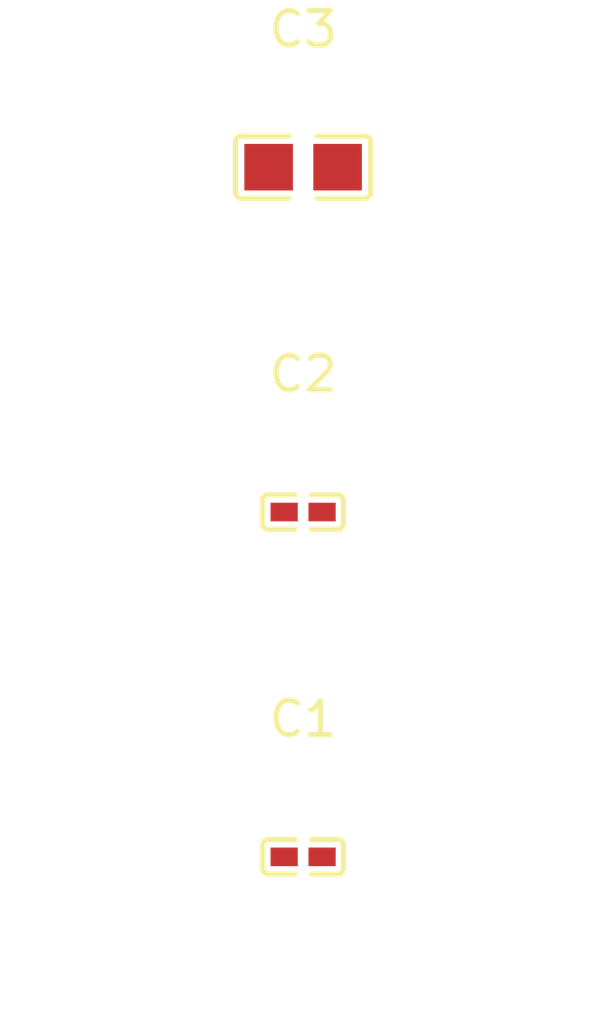
<source format=kicad_pcb>
(kicad_pcb (version 20241229) (generator "atopile") (generator_version "0.12.4")
  (layers (0 "F.Cu" signal) (31 "B.Cu" signal) (34 "B.Paste" user) (35 "F.Paste" user) (36 "B.SilkS" user "B.Silkscreen") (37 "F.SilkS" user "F.Silkscreen") (38 "B.Mask" user) (39 "F.Mask" user) (44 "Edge.Cuts" user))
  (net 0 "")
  (net 4 "power_regn-VCC")
  (net 10 "GND")
  (net 12 "power_vbus-VCC")
  (footprint "YAGEO_CC0402KRX7R5BB104:C0402" (layer "F.Cu") (at 0 0 0)
    (property "Reference" "C1" (at 0 -4 0) (layer "F.SilkS") (hide no))
    (property "Value" "100nF ±10% 6.3V X7R")
    (fp_line (start 1.02 -0.5) (end 0.23 -0.5) (stroke (width 0.15)) (layer "F.SilkS"))
    (fp_line (start 0.23 0.5) (end 1.02 0.5) (stroke (width 0.15)) (layer "F.SilkS"))
    (fp_line (start 1.17 0.35) (end 1.17 -0.35) (stroke (width 0.15)) (layer "F.SilkS"))
    (fp_line (start -1.02 -0.5) (end -0.23 -0.5) (stroke (width 0.15)) (layer "F.SilkS"))
    (fp_line (start -0.23 0.5) (end -1.02 0.5) (stroke (width 0.15)) (layer "F.SilkS"))
    (fp_line (start -1.17 0.35) (end -1.17 -0.35) (stroke (width 0.15)) (layer "F.SilkS"))
    (fp_arc (start 1.17 0.35) (mid 1.1260660171779822 0.456066017177982) (end 1.02 0.4999999999999999) (stroke (width 0.15)) (layer "F.SilkS"))
    (fp_arc (start 1.02 -0.5) (mid 1.1260660171779822 -0.4560660171779821) (end 1.17 -0.35) (stroke (width 0.15)) (layer "F.SilkS"))
    (fp_arc (start -1.17 0.35) (mid -1.1260660171779822 0.456066017177982) (end -1.02 0.4999999999999999) (stroke (width 0.15)) (layer "F.SilkS"))
    (fp_arc (start -1.02 -0.5) (mid -1.1260660171779822 -0.4560660171779821) (end -1.17 -0.35) (stroke (width 0.15)) (layer "F.SilkS"))
    (fp_text user "${REFERENCE}" (at 0 -4 0) (layer "F.SilkS"))
    (pad "2" smd rect (at 0.55 0 0) (size 0.79 0.54) (layers "F.Cu" "F.Paste" "F.Mask") (net 10 "GND"))
    (pad "1" smd rect (at -0.55 0 0) (size 0.79 0.54) (layers "F.Cu" "F.Paste" "F.Mask") (net 4 "power_regn-VCC"))
  )
  (footprint "Samsung_Electro_Mechanics_CL05A105KQ5NNNC:C0402" (layer "F.Cu") (at 0 -10 0)
    (property "Reference" "C2" (at 0 -4 0) (layer "F.SilkS") (hide no))
    (property "Value" "1µF ±10% 6.3V X5R")
    (fp_line (start 1.02 -0.5) (end 0.23 -0.5) (stroke (width 0.15)) (layer "F.SilkS"))
    (fp_line (start 0.23 0.5) (end 1.02 0.5) (stroke (width 0.15)) (layer "F.SilkS"))
    (fp_line (start 1.17 0.35) (end 1.17 -0.35) (stroke (width 0.15)) (layer "F.SilkS"))
    (fp_line (start -1.02 -0.5) (end -0.23 -0.5) (stroke (width 0.15)) (layer "F.SilkS"))
    (fp_line (start -0.23 0.5) (end -1.02 0.5) (stroke (width 0.15)) (layer "F.SilkS"))
    (fp_line (start -1.17 0.35) (end -1.17 -0.35) (stroke (width 0.15)) (layer "F.SilkS"))
    (fp_arc (start 1.17 0.35) (mid 1.1260660171779822 0.456066017177982) (end 1.02 0.4999999999999999) (stroke (width 0.15)) (layer "F.SilkS"))
    (fp_arc (start 1.02 -0.5) (mid 1.1260660171779822 -0.4560660171779821) (end 1.17 -0.35) (stroke (width 0.15)) (layer "F.SilkS"))
    (fp_arc (start -1.17 0.35) (mid -1.1260660171779822 0.456066017177982) (end -1.02 0.4999999999999999) (stroke (width 0.15)) (layer "F.SilkS"))
    (fp_arc (start -1.02 -0.5) (mid -1.1260660171779822 -0.4560660171779821) (end -1.17 -0.35) (stroke (width 0.15)) (layer "F.SilkS"))
    (fp_text user "${REFERENCE}" (at 0 -4 0) (layer "F.SilkS"))
    (pad "2" smd rect (at 0.55 0 0) (size 0.79 0.54) (layers "F.Cu" "F.Paste" "F.Mask") (net 10 "GND"))
    (pad "1" smd rect (at -0.55 0 0) (size 0.79 0.54) (layers "F.Cu" "F.Paste" "F.Mask") (net 4 "power_regn-VCC"))
  )
  (footprint "Samsung_Electro_Mechanics_CL21A106KAYNNNE:C0805" (layer "F.Cu") (at 0 -20 0)
    (property "Reference" "C3" (at 0 -4 0) (layer "F.SilkS") (hide no))
    (property "Value" "10µF ±10% 25V X5R")
    (fp_line (start 1.81 -0.9) (end 0.4 -0.9) (stroke (width 0.15)) (layer "F.SilkS"))
    (fp_line (start 0.4 0.9) (end 1.81 0.9) (stroke (width 0.15)) (layer "F.SilkS"))
    (fp_line (start 1.96 0.75) (end 1.96 -0.75) (stroke (width 0.15)) (layer "F.SilkS"))
    (fp_line (start -1.81 -0.9) (end -0.4 -0.9) (stroke (width 0.15)) (layer "F.SilkS"))
    (fp_line (start -0.4 0.9) (end -1.81 0.9) (stroke (width 0.15)) (layer "F.SilkS"))
    (fp_line (start -1.96 0.75) (end -1.96 -0.75) (stroke (width 0.15)) (layer "F.SilkS"))
    (fp_arc (start 1.96 0.75) (mid 1.9160660171779822 0.856066017177982) (end 1.81 0.8999999999999999) (stroke (width 0.15)) (layer "F.SilkS"))
    (fp_arc (start 1.81 -0.9) (mid 1.9160660171779822 -0.8560660171779821) (end 1.96 -0.75) (stroke (width 0.15)) (layer "F.SilkS"))
    (fp_arc (start -1.96 0.75) (mid -1.9160660171779822 0.856066017177982) (end -1.81 0.8999999999999999) (stroke (width 0.15)) (layer "F.SilkS"))
    (fp_arc (start -1.81 -0.9) (mid -1.9160660171779822 -0.8560660171779821) (end -1.96 -0.75) (stroke (width 0.15)) (layer "F.SilkS"))
    (fp_text user "${REFERENCE}" (at 0 -4 0) (layer "F.SilkS"))
    (pad "2" smd rect (at 1 0 0) (size 1.41 1.35) (layers "F.Cu" "F.Paste" "F.Mask") (net 10 "GND"))
    (pad "1" smd rect (at -1 0 0) (size 1.41 1.35) (layers "F.Cu" "F.Paste" "F.Mask") (net 12 "power_vbus-VCC"))
  )
)
</source>
